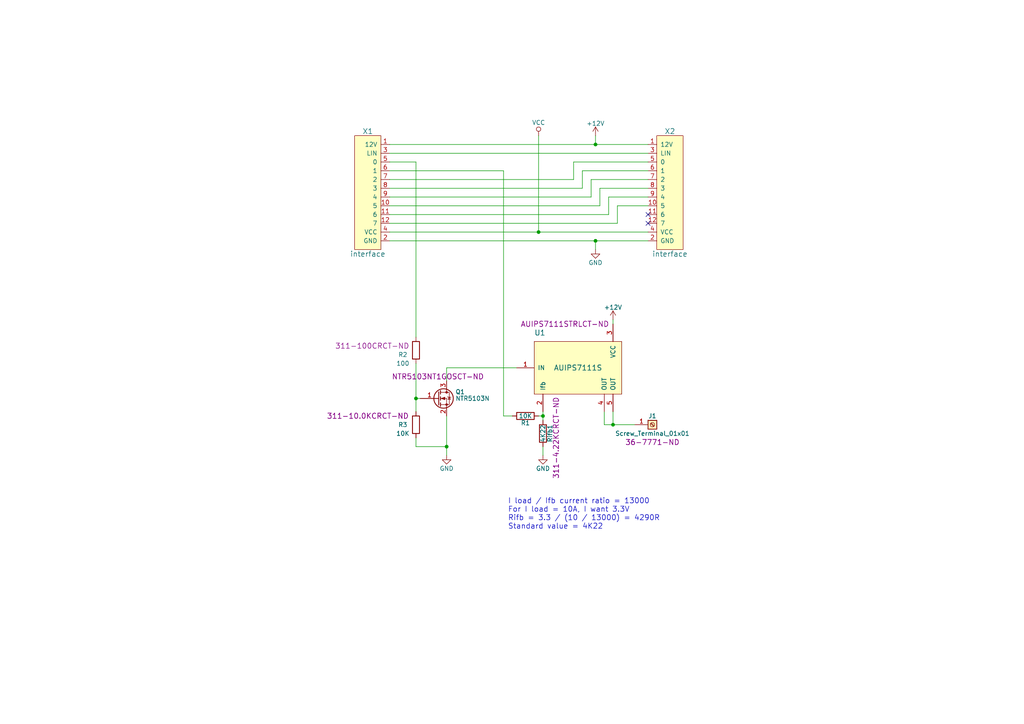
<source format=kicad_sch>
(kicad_sch (version 20230121) (generator eeschema)
  (paper "A4")
  (lib_symbols
    (symbol "auips7111s:AUIPS7111S" (pin_names (offset 1.016))
      (property "Reference" "U" (at -12.7 10.16 0))
      (property "Value" "AUIPS7111S" (at 0 0 0))
      (symbol "AUIPS7111S_0_1"
        (rectangle (start -12.7 7.62) (end 12.7 -7.62) (fill (type background)))
      )
      (symbol "AUIPS7111S_1_1"
        (pin input line (at -17.78 0 0) (length 5.08) (name "IN") (number "1"))
        (pin output line (at -10.16 -12.7 90) (length 5.08) (name "Ifb") (number "2"))
        (pin power_in line (at 10.16 12.7 270) (length 5.08) (name "VCC") (number "3"))
        (pin power_out line (at 7.62 -12.7 90) (length 5.08) (name "OUT") (number "4"))
        (pin power_out line (at 10.16 -12.7 90) (length 5.08) (name "OUT") (number "5"))
      )
    )
    (symbol "interface:interface" (pin_names (offset 1.016))
      (property "Reference" "X" (at 0 17.78 0))
      (property "Value" "interface" (at 0 -17.78 0))
      (symbol "interface_0_1"
        (rectangle (start 3.81 16.51) (end -3.81 -16.51) (fill (type background)))
      )
      (symbol "interface_1_1"
        (pin bidirectional line (at 6.35 13.97 180) (length 2.54) (name "12V") (number "1"))
        (pin bidirectional line (at 6.35 -3.81 180) (length 2.54) (name "5") (number "10"))
        (pin bidirectional line (at 6.35 -6.35 180) (length 2.54) (name "6") (number "11"))
        (pin bidirectional line (at 6.35 -8.89 180) (length 2.54) (name "7") (number "12"))
        (pin bidirectional line (at 6.35 -13.97 180) (length 2.54) (name "GND") (number "2"))
        (pin bidirectional line (at 6.35 11.43 180) (length 2.54) (name "LIN") (number "3"))
        (pin input line (at 6.35 -11.43 180) (length 2.54) (name "VCC") (number "4"))
        (pin bidirectional line (at 6.35 8.89 180) (length 2.54) (name "0") (number "5"))
        (pin bidirectional line (at 6.35 6.35 180) (length 2.54) (name "1") (number "6"))
        (pin bidirectional line (at 6.35 3.81 180) (length 2.54) (name "2") (number "7"))
        (pin bidirectional line (at 6.35 1.27 180) (length 2.54) (name "3") (number "8"))
        (pin bidirectional line (at 6.35 -1.27 180) (length 2.54) (name "4") (number "9"))
      )
    )
    (symbol "switch-highside-10a-rescue:+12V" (power) (pin_names (offset 0))
      (property "Value" "+12V" (at 0 3.556 0))
      (symbol "+12V_0_1"
        (polyline (pts (xy -0.762 1.27) (xy 0 2.54)))
        (polyline (pts (xy 0 0) (xy 0 2.54)))
        (polyline (pts (xy 0 2.54) (xy 0.762 1.27)))
      )
      (symbol "+12V_1_1"
        (pin power_in line (at 0 0 90) (length 0) hide (name "+12V") (number "1"))
      )
    )
    (symbol "switch-highside-10a-rescue:2N7002" (pin_names (offset 0) hide)
      (property "Reference" "Q" (at 5.08 1.905 0))
      (property "Value" "2N7002" (at 5.08 0 0))
      (symbol "2N7002_0_1"
        (polyline (pts (xy 0.762 -1.778) (xy 2.54 -1.778)))
        (polyline (pts (xy 0.762 -1.27) (xy 0.762 -2.286)) (stroke (width 0.254)))
        (polyline (pts (xy 0.762 0) (xy 2.54 0)))
        (polyline (pts (xy 0.762 0.508) (xy 0.762 -0.508)) (stroke (width 0.254)))
        (polyline (pts (xy 0.762 1.778) (xy 2.54 1.778)))
        (polyline (pts (xy 0.762 2.286) (xy 0.762 1.27)) (stroke (width 0.254)))
        (polyline (pts (xy 2.54 -1.778) (xy 2.54 -2.54)))
        (polyline (pts (xy 2.54 -1.778) (xy 2.54 0)))
        (polyline (pts (xy 2.54 2.54) (xy 2.54 1.778)))
        (polyline (pts (xy 0.254 1.905) (xy 0.254 -1.905) (xy 0.254 -1.905)) (stroke (width 0.254)))
        (polyline (pts (xy 1.016 0) (xy 2.032 0.381) (xy 2.032 -0.381) (xy 1.016 0)) (fill (type outline)))
        (polyline (pts (xy 2.54 -1.778) (xy 3.302 -1.778) (xy 3.302 1.778) (xy 2.54 1.778)))
        (polyline (pts (xy 2.794 0.508) (xy 2.921 0.381) (xy 3.683 0.381) (xy 3.81 0.254)))
        (polyline (pts (xy 3.302 0.381) (xy 2.921 -0.254) (xy 3.683 -0.254) (xy 3.302 0.381)))
        (circle (center 1.651 0) (radius 2.8194) (stroke (width 0.254)))
        (circle (center 2.54 -1.778) (radius 0.2794) (fill (type outline)))
        (circle (center 2.54 1.778) (radius 0.2794) (fill (type outline)))
      )
      (symbol "2N7002_1_1"
        (pin input line (at -5.08 0 0) (length 5.334) (name "G") (number "1"))
        (pin passive line (at 2.54 -5.08 90) (length 2.54) (name "S") (number "2"))
        (pin passive line (at 2.54 5.08 270) (length 2.54) (name "D") (number "3"))
      )
    )
    (symbol "switch-highside-10a-rescue:GND" (power) (pin_names (offset 0))
      (property "Value" "GND" (at 0 -3.81 0))
      (symbol "GND_0_1"
        (polyline (pts (xy 0 0) (xy 0 -1.27) (xy 1.27 -1.27) (xy 0 -2.54) (xy -1.27 -1.27) (xy 0 -1.27)))
      )
      (symbol "GND_1_1"
        (pin power_in line (at 0 0 270) (length 0) hide (name "GND") (number "1"))
      )
    )
    (symbol "switch-highside-10a-rescue:R" (pin_numbers hide) (pin_names (offset 0))
      (property "Reference" "R" (at 2.032 0 90))
      (property "Value" "R" (at 0 0 90))
      (symbol "R_0_1"
        (rectangle (start -1.016 -2.54) (end 1.016 2.54) (stroke (width 0.254)))
      )
      (symbol "R_1_1"
        (pin passive line (at 0 3.81 270) (length 1.27) (name "~") (number "1"))
        (pin passive line (at 0 -3.81 90) (length 1.27) (name "~") (number "2"))
      )
    )
    (symbol "switch-highside-10a-rescue:Screw_Terminal_01x01" (pin_names (offset 1.016) hide)
      (property "Reference" "J" (at 0 2.54 0))
      (property "Value" "Screw_Terminal_01x01" (at 0 -2.54 0))
      (symbol "Screw_Terminal_01x01_1_1"
        (rectangle (start -1.27 1.27) (end 1.27 -1.27) (stroke (width 0.254)) (fill (type background)))
        (polyline (pts (xy -0.5334 0.3302) (xy 0.3302 -0.508)) (stroke (width 0.1524)))
        (polyline (pts (xy -0.3556 0.508) (xy 0.508 -0.3302)) (stroke (width 0.1524)))
        (circle (center 0 0) (radius 0.635) (stroke (width 0.1524)))
        (pin passive line (at -5.08 0 0) (length 3.81) (name "Pin_1") (number "1"))
      )
    )
    (symbol "switch-highside-10a-rescue:VCC" (power) (pin_names (offset 0))
      (property "Value" "VCC" (at 0 3.81 0))
      (symbol "VCC_0_1"
        (polyline (pts (xy 0 0) (xy 0 1.27)))
        (circle (center 0 1.905) (radius 0.635))
      )
      (symbol "VCC_1_1"
        (pin power_in line (at 0 0 90) (length 0) hide (name "VCC") (number "1"))
      )
    )
  )
  (junction (at 172.72 41.91))
  (junction (at 156.21 67.31))
  (junction (at 172.72 69.85))
  (junction (at 129.54 129.54))
  (junction (at 177.8 123.19))
  (junction (at 157.48 120.65))
  (junction (at 120.65 115.57))
  (no_connect (at 187.96 62.23))
  (no_connect (at 187.96 64.77))
  (wire (pts (xy 172.72 41.91) (xy 187.96 41.91)))
  (wire (pts (xy 156.21 120.65) (xy 157.48 120.65)))
  (wire (pts (xy 113.03 49.53) (xy 146.05 49.53)))
  (wire (pts (xy 172.72 69.85) (xy 187.96 69.85)))
  (wire (pts (xy 157.48 120.65) (xy 157.48 121.92)))
  (wire (pts (xy 172.72 39.37) (xy 172.72 41.91)))
  (wire (pts (xy 156.21 67.31) (xy 187.96 67.31)))
  (wire (pts (xy 187.96 52.07) (xy 171.45 52.07)))
  (wire (pts (xy 171.45 57.15) (xy 113.03 57.15)))
  (wire (pts (xy 113.03 46.99) (xy 120.65 46.99)))
  (wire (pts (xy 187.96 54.61) (xy 173.99 54.61)))
  (wire (pts (xy 172.72 69.85) (xy 172.72 72.39)))
  (wire (pts (xy 129.54 120.65) (xy 129.54 129.54)))
  (wire (pts (xy 177.8 123.19) (xy 184.15 123.19)))
  (wire (pts (xy 168.91 54.61) (xy 113.03 54.61)))
  (wire (pts (xy 187.96 59.69) (xy 179.07 59.69)))
  (wire (pts (xy 157.48 119.38) (xy 157.48 120.65)))
  (wire (pts (xy 129.54 106.68) (xy 129.54 110.49)))
  (wire (pts (xy 166.37 46.99) (xy 187.96 46.99)))
  (wire (pts (xy 113.03 69.85) (xy 172.72 69.85)))
  (wire (pts (xy 149.86 106.68) (xy 129.54 106.68)))
  (wire (pts (xy 157.48 129.54) (xy 157.48 132.08)))
  (wire (pts (xy 166.37 52.07) (xy 166.37 46.99)))
  (wire (pts (xy 176.53 57.15) (xy 187.96 57.15)))
  (wire (pts (xy 113.03 52.07) (xy 166.37 52.07)))
  (wire (pts (xy 120.65 127) (xy 120.65 129.54)))
  (wire (pts (xy 146.05 49.53) (xy 146.05 120.65)))
  (wire (pts (xy 113.03 41.91) (xy 172.72 41.91)))
  (wire (pts (xy 120.65 105.41) (xy 120.65 115.57)))
  (wire (pts (xy 120.65 46.99) (xy 120.65 97.79)))
  (wire (pts (xy 146.05 120.65) (xy 148.59 120.65)))
  (wire (pts (xy 120.65 129.54) (xy 129.54 129.54)))
  (wire (pts (xy 168.91 49.53) (xy 168.91 54.61)))
  (wire (pts (xy 171.45 52.07) (xy 171.45 57.15)))
  (wire (pts (xy 120.65 115.57) (xy 120.65 119.38)))
  (wire (pts (xy 175.26 123.19) (xy 177.8 123.19)))
  (wire (pts (xy 176.53 62.23) (xy 176.53 57.15)))
  (wire (pts (xy 179.07 64.77) (xy 113.03 64.77)))
  (wire (pts (xy 177.8 119.38) (xy 177.8 123.19)))
  (wire (pts (xy 173.99 54.61) (xy 173.99 59.69)))
  (wire (pts (xy 177.8 92.71) (xy 177.8 93.98)))
  (wire (pts (xy 173.99 59.69) (xy 113.03 59.69)))
  (wire (pts (xy 187.96 44.45) (xy 113.03 44.45)))
  (wire (pts (xy 113.03 62.23) (xy 176.53 62.23)))
  (wire (pts (xy 187.96 49.53) (xy 168.91 49.53)))
  (wire (pts (xy 120.65 115.57) (xy 121.92 115.57)))
  (wire (pts (xy 156.21 39.37) (xy 156.21 67.31)))
  (wire (pts (xy 129.54 129.54) (xy 129.54 132.08)))
  (wire (pts (xy 175.26 119.38) (xy 175.26 123.19)))
  (wire (pts (xy 179.07 59.69) (xy 179.07 64.77)))
  (wire (pts (xy 113.03 67.31) (xy 156.21 67.31)))
  (text "I load / Ifb current ratio = 13000\nFor I load = 10A, I want 3.3V\nRifb = 3.3 / (10 / 13000) = 4290R\nStandard value = 4K22" (at 147.32 153.67 0) (effects (font (size 1.524 1.524)) (justify left bottom)))
  (symbol (lib_id "auips7111s:AUIPS7111S") (at 167.64 106.68 0) (unit 1)
    (property "Reference" "U1" (at 154.94 96.52 0) (effects (font (size 1.524 1.524)) (justify left)))
    (property "Value" "AUIPS7111S" (at 167.64 106.68 0) (effects (font (size 1.524 1.524))))
    (property "Footprint" "TO_SOT_Packages_SMD:TO-263-5_TabPin3" (effects hide))
    (property "DIGIKEY" "AUIPS7111STRLCT-ND" (at 163.83 93.98 0) (effects (font (size 1.524 1.524))))
  )
  (symbol (lib_id "interface:interface") (at 106.68 55.88 0) (unit 1)
    (property "Reference" "X1" (at 106.68 38.1 0) (effects (font (size 1.524 1.524))))
    (property "Value" "interface" (at 106.68 73.66 0) (effects (font (size 1.524 1.524))))
    (property "Footprint" "interface:interface" (effects hide))
  )
  (symbol (lib_id "interface:interface") (at 194.31 55.88 0) (mirror y) (unit 1)
    (property "Reference" "X2" (at 194.31 38.1 0) (effects (font (size 1.524 1.524))))
    (property "Value" "interface" (at 194.31 73.66 0) (effects (font (size 1.524 1.524))))
    (property "Footprint" "interface:interface" (effects hide))
  )
  (symbol (lib_id "switch-highside-10a-rescue:GND") (at 172.72 72.39 0) (unit 1)
    (property "Reference" "#PWR01" (effects hide))
    (property "Value" "GND" (at 172.72 76.2 0))
  )
  (symbol (lib_id "switch-highside-10a-rescue:+12V") (at 172.72 39.37 0) (unit 1)
    (property "Reference" "#PWR02" (effects hide))
    (property "Value" "+12V" (at 172.72 35.814 0))
  )
  (symbol (lib_id "switch-highside-10a-rescue:+12V") (at 177.8 92.71 0) (unit 1)
    (property "Reference" "#PWR03" (effects hide))
    (property "Value" "+12V" (at 177.8 89.154 0))
  )
  (symbol (lib_id "switch-highside-10a-rescue:R") (at 157.48 125.73 0) (unit 1)
    (property "Reference" "Rifb1" (at 159.512 125.73 90))
    (property "Value" "4K22" (at 157.48 125.73 90))
    (property "Footprint" "Resistors_SMD:R_0805_HandSoldering" (effects hide))
    (property "DIGIKEY" "311-4.22KCRCT-ND" (at 161.29 127 90) (effects (font (size 1.524 1.524))))
  )
  (symbol (lib_id "switch-highside-10a-rescue:R") (at 152.4 120.65 270) (unit 1)
    (property "Reference" "R1" (at 152.4 122.682 90))
    (property "Value" "10K" (at 152.4 120.65 90))
    (property "Footprint" "Resistors_SMD:R_0805_HandSoldering" (effects hide))
    (property "DIGIKEY" "311-10.0KCRCT-ND" (effects hide))
  )
  (symbol (lib_id "switch-highside-10a-rescue:GND") (at 157.48 132.08 0) (unit 1)
    (property "Reference" "#PWR04" (effects hide))
    (property "Value" "GND" (at 157.48 135.89 0))
  )
  (symbol (lib_id "switch-highside-10a-rescue:Screw_Terminal_01x01") (at 189.23 123.19 0) (unit 1)
    (property "Reference" "J1" (at 189.23 120.65 0))
    (property "Value" "Screw_Terminal_01x01" (at 189.23 125.73 0))
    (property "Footprint" "connectors:TERM_SCREW_M3" (effects hide))
    (property "DIGIKEY" "36-7771-ND" (at 189.23 128.27 0) (effects (font (size 1.524 1.524))))
  )
  (symbol (lib_id "switch-highside-10a-rescue:VCC") (at 156.21 39.37 0) (unit 1)
    (property "Reference" "#PWR05" (effects hide))
    (property "Value" "VCC" (at 156.21 35.56 0))
  )
  (symbol (lib_id "switch-highside-10a-rescue:2N7002") (at 127 115.57 0) (unit 1)
    (property "Reference" "Q1" (at 132.08 113.665 0) (effects (justify left)))
    (property "Value" "NTR5103N" (at 132.08 115.57 0) (effects (justify left)))
    (property "Footprint" "TO_SOT_Packages_SMD:SOT-23" (effects hide))
    (property "Datasheet" "NTR5103N-D.PDF" (effects hide))
    (property "DIGIKEY" "NTR5103NT1GOSCT-ND" (at 127 109.22 0) (effects (font (size 1.524 1.524))))
  )
  (symbol (lib_id "switch-highside-10a-rescue:GND") (at 129.54 132.08 0) (unit 1)
    (property "Reference" "#PWR06" (effects hide))
    (property "Value" "GND" (at 129.54 135.89 0))
  )
  (symbol (lib_id "switch-highside-10a-rescue:R") (at 120.65 123.19 180) (unit 1)
    (property "Reference" "R3" (at 116.84 123.19 0))
    (property "Value" "10K" (at 116.84 125.73 0))
    (property "Footprint" "Resistors_SMD:R_0805_HandSoldering" (effects hide))
    (property "DIGIKEY" "311-10.0KCRCT-ND" (at 106.68 120.65 0) (effects (font (size 1.524 1.524))))
  )
  (symbol (lib_id "switch-highside-10a-rescue:R") (at 120.65 101.6 180) (unit 1)
    (property "Reference" "R2" (at 116.84 102.87 0))
    (property "Value" "100" (at 116.84 105.41 0))
    (property "Footprint" "Resistors_SMD:R_0805_HandSoldering" (effects hide))
    (property "DIGIKEY" "311-100CRCT-ND" (at 107.95 100.33 0) (effects (font (size 1.524 1.524))))
  )
)
</source>
